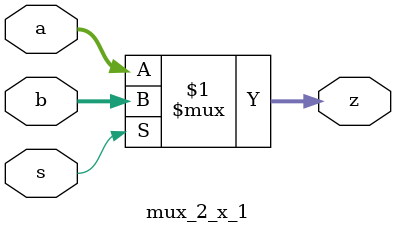
<source format=sv>
module mux_2_x_1
	#(parameter N = 4)
	(input [N - 1 : 0] a, b, input logic s, output [N - 1 : 0] z);
		
	assign z = s ? b : a;
endmodule
</source>
